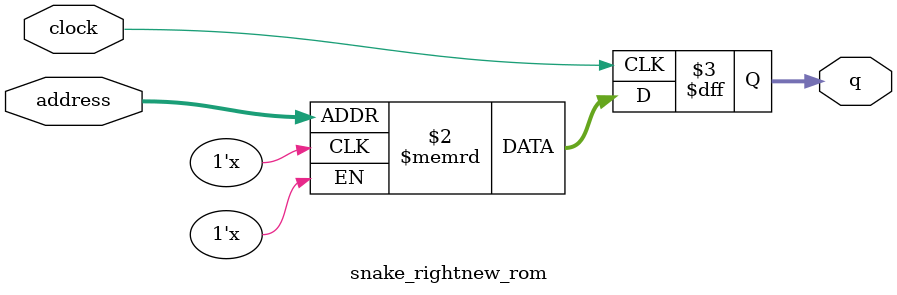
<source format=sv>
module snake_rightnew_rom (
	input logic clock,
	input logic [9:0] address,
	output logic [3:0] q
);

logic [3:0] memory [0:944] /* synthesis ram_init_file = "./snake_rightnew.mif" */;

always_ff @ (posedge clock) begin
	q <= memory[address];
end

endmodule

</source>
